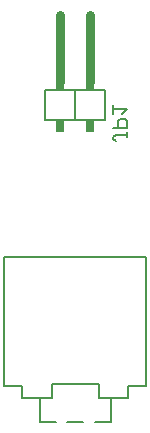
<source format=gbo>
G75*
%MOIN*%
%OFA0B0*%
%FSLAX25Y25*%
%IPPOS*%
%LPD*%
%AMOC8*
5,1,8,0,0,1.08239X$1,22.5*
%
%ADD10C,0.00500*%
%ADD11C,0.00600*%
%ADD12C,0.03000*%
%ADD13R,0.03000X0.02000*%
%ADD14R,0.03000X0.04000*%
D10*
X0013611Y0013061D02*
X0019517Y0013061D01*
X0019517Y0009124D01*
X0025422Y0009124D01*
X0025422Y0001250D01*
X0030671Y0001250D01*
X0034608Y0001250D02*
X0039858Y0001250D01*
X0043795Y0001250D02*
X0049044Y0001250D01*
X0049044Y0009124D01*
X0045107Y0009124D01*
X0045107Y0013848D01*
X0029359Y0013848D01*
X0029359Y0009124D01*
X0025422Y0009124D01*
X0013611Y0013061D02*
X0013611Y0056368D01*
X0060855Y0056368D01*
X0060855Y0013061D01*
X0054950Y0013061D01*
X0054950Y0009124D01*
X0049044Y0009124D01*
X0050734Y0094768D02*
X0049983Y0095518D01*
X0049983Y0096269D01*
X0050734Y0097020D01*
X0054487Y0097020D01*
X0054487Y0097770D02*
X0054487Y0096269D01*
X0054487Y0099372D02*
X0054487Y0101624D01*
X0053736Y0102374D01*
X0052235Y0102374D01*
X0051484Y0101624D01*
X0051484Y0099372D01*
X0049983Y0099372D02*
X0054487Y0099372D01*
X0052986Y0103976D02*
X0054487Y0105477D01*
X0049983Y0105477D01*
X0049983Y0103976D02*
X0049983Y0106978D01*
D11*
X0047233Y0102018D02*
X0047233Y0112018D01*
X0037233Y0112018D01*
X0027233Y0112018D01*
X0027233Y0102018D01*
X0037233Y0102018D01*
X0037233Y0112018D01*
X0037233Y0102018D02*
X0047233Y0102018D01*
D12*
X0042233Y0114518D02*
X0042233Y0137018D01*
X0032233Y0137018D02*
X0032233Y0114518D01*
D13*
X0032233Y0113018D03*
X0042233Y0113018D03*
D14*
X0042233Y0100018D03*
X0032233Y0100018D03*
M02*

</source>
